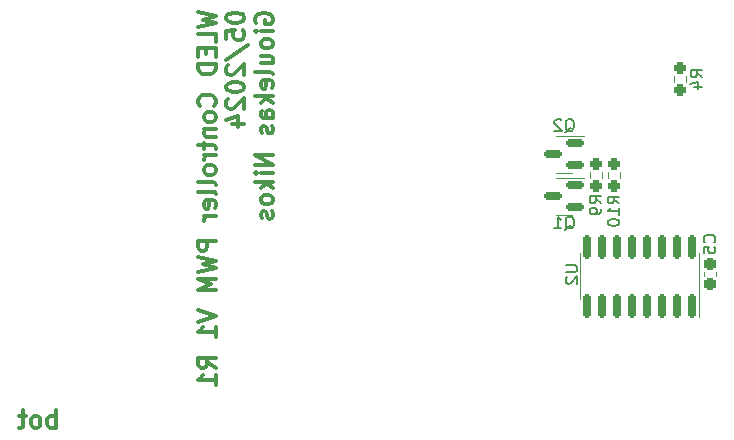
<source format=gbo>
G04 #@! TF.GenerationSoftware,KiCad,Pcbnew,8.0.2*
G04 #@! TF.CreationDate,2024-05-04T07:14:25+02:00*
G04 #@! TF.ProjectId,WLED_Controller_PWM,574c4544-5f43-46f6-9e74-726f6c6c6572,rev?*
G04 #@! TF.SameCoordinates,Original*
G04 #@! TF.FileFunction,Legend,Bot*
G04 #@! TF.FilePolarity,Positive*
%FSLAX46Y46*%
G04 Gerber Fmt 4.6, Leading zero omitted, Abs format (unit mm)*
G04 Created by KiCad (PCBNEW 8.0.2) date 2024-05-04 07:14:25*
%MOMM*%
%LPD*%
G01*
G04 APERTURE LIST*
G04 Aperture macros list*
%AMRoundRect*
0 Rectangle with rounded corners*
0 $1 Rounding radius*
0 $2 $3 $4 $5 $6 $7 $8 $9 X,Y pos of 4 corners*
0 Add a 4 corners polygon primitive as box body*
4,1,4,$2,$3,$4,$5,$6,$7,$8,$9,$2,$3,0*
0 Add four circle primitives for the rounded corners*
1,1,$1+$1,$2,$3*
1,1,$1+$1,$4,$5*
1,1,$1+$1,$6,$7*
1,1,$1+$1,$8,$9*
0 Add four rect primitives between the rounded corners*
20,1,$1+$1,$2,$3,$4,$5,0*
20,1,$1+$1,$4,$5,$6,$7,0*
20,1,$1+$1,$6,$7,$8,$9,0*
20,1,$1+$1,$8,$9,$2,$3,0*%
G04 Aperture macros list end*
%ADD10C,0.300000*%
%ADD11C,0.150000*%
%ADD12C,0.120000*%
%ADD13C,2.000000*%
%ADD14R,1.100000X1.800000*%
%ADD15RoundRect,0.275000X0.275000X0.625000X-0.275000X0.625000X-0.275000X-0.625000X0.275000X-0.625000X0*%
%ADD16C,0.650000*%
%ADD17O,1.000000X2.100000*%
%ADD18O,1.000000X1.800000*%
%ADD19C,1.524000*%
%ADD20RoundRect,0.237500X-0.237500X0.250000X-0.237500X-0.250000X0.237500X-0.250000X0.237500X0.250000X0*%
%ADD21RoundRect,0.150000X0.150000X-0.825000X0.150000X0.825000X-0.150000X0.825000X-0.150000X-0.825000X0*%
%ADD22RoundRect,0.150000X0.587500X0.150000X-0.587500X0.150000X-0.587500X-0.150000X0.587500X-0.150000X0*%
%ADD23RoundRect,0.237500X0.237500X-0.250000X0.237500X0.250000X-0.237500X0.250000X-0.237500X-0.250000X0*%
%ADD24RoundRect,0.237500X-0.237500X0.300000X-0.237500X-0.300000X0.237500X-0.300000X0.237500X0.300000X0*%
G04 APERTURE END LIST*
D10*
X18362996Y36672346D02*
X19862996Y36315203D01*
X19862996Y36315203D02*
X18791568Y36029489D01*
X18791568Y36029489D02*
X19862996Y35743774D01*
X19862996Y35743774D02*
X18362996Y35386632D01*
X19862996Y34100917D02*
X19862996Y34815203D01*
X19862996Y34815203D02*
X18362996Y34815203D01*
X19077282Y33600917D02*
X19077282Y33100917D01*
X19862996Y32886631D02*
X19862996Y33600917D01*
X19862996Y33600917D02*
X18362996Y33600917D01*
X18362996Y33600917D02*
X18362996Y32886631D01*
X19862996Y32243774D02*
X18362996Y32243774D01*
X18362996Y32243774D02*
X18362996Y31886631D01*
X18362996Y31886631D02*
X18434425Y31672345D01*
X18434425Y31672345D02*
X18577282Y31529488D01*
X18577282Y31529488D02*
X18720139Y31458059D01*
X18720139Y31458059D02*
X19005853Y31386631D01*
X19005853Y31386631D02*
X19220139Y31386631D01*
X19220139Y31386631D02*
X19505853Y31458059D01*
X19505853Y31458059D02*
X19648710Y31529488D01*
X19648710Y31529488D02*
X19791568Y31672345D01*
X19791568Y31672345D02*
X19862996Y31886631D01*
X19862996Y31886631D02*
X19862996Y32243774D01*
X19720139Y28743774D02*
X19791568Y28815202D01*
X19791568Y28815202D02*
X19862996Y29029488D01*
X19862996Y29029488D02*
X19862996Y29172345D01*
X19862996Y29172345D02*
X19791568Y29386631D01*
X19791568Y29386631D02*
X19648710Y29529488D01*
X19648710Y29529488D02*
X19505853Y29600917D01*
X19505853Y29600917D02*
X19220139Y29672345D01*
X19220139Y29672345D02*
X19005853Y29672345D01*
X19005853Y29672345D02*
X18720139Y29600917D01*
X18720139Y29600917D02*
X18577282Y29529488D01*
X18577282Y29529488D02*
X18434425Y29386631D01*
X18434425Y29386631D02*
X18362996Y29172345D01*
X18362996Y29172345D02*
X18362996Y29029488D01*
X18362996Y29029488D02*
X18434425Y28815202D01*
X18434425Y28815202D02*
X18505853Y28743774D01*
X19862996Y27886631D02*
X19791568Y28029488D01*
X19791568Y28029488D02*
X19720139Y28100917D01*
X19720139Y28100917D02*
X19577282Y28172345D01*
X19577282Y28172345D02*
X19148710Y28172345D01*
X19148710Y28172345D02*
X19005853Y28100917D01*
X19005853Y28100917D02*
X18934425Y28029488D01*
X18934425Y28029488D02*
X18862996Y27886631D01*
X18862996Y27886631D02*
X18862996Y27672345D01*
X18862996Y27672345D02*
X18934425Y27529488D01*
X18934425Y27529488D02*
X19005853Y27458060D01*
X19005853Y27458060D02*
X19148710Y27386631D01*
X19148710Y27386631D02*
X19577282Y27386631D01*
X19577282Y27386631D02*
X19720139Y27458060D01*
X19720139Y27458060D02*
X19791568Y27529488D01*
X19791568Y27529488D02*
X19862996Y27672345D01*
X19862996Y27672345D02*
X19862996Y27886631D01*
X18862996Y26743774D02*
X19862996Y26743774D01*
X19005853Y26743774D02*
X18934425Y26672345D01*
X18934425Y26672345D02*
X18862996Y26529488D01*
X18862996Y26529488D02*
X18862996Y26315202D01*
X18862996Y26315202D02*
X18934425Y26172345D01*
X18934425Y26172345D02*
X19077282Y26100917D01*
X19077282Y26100917D02*
X19862996Y26100917D01*
X18862996Y25600916D02*
X18862996Y25029488D01*
X18362996Y25386631D02*
X19648710Y25386631D01*
X19648710Y25386631D02*
X19791568Y25315202D01*
X19791568Y25315202D02*
X19862996Y25172345D01*
X19862996Y25172345D02*
X19862996Y25029488D01*
X19862996Y24529488D02*
X18862996Y24529488D01*
X19148710Y24529488D02*
X19005853Y24458059D01*
X19005853Y24458059D02*
X18934425Y24386631D01*
X18934425Y24386631D02*
X18862996Y24243773D01*
X18862996Y24243773D02*
X18862996Y24100916D01*
X19862996Y23386631D02*
X19791568Y23529488D01*
X19791568Y23529488D02*
X19720139Y23600917D01*
X19720139Y23600917D02*
X19577282Y23672345D01*
X19577282Y23672345D02*
X19148710Y23672345D01*
X19148710Y23672345D02*
X19005853Y23600917D01*
X19005853Y23600917D02*
X18934425Y23529488D01*
X18934425Y23529488D02*
X18862996Y23386631D01*
X18862996Y23386631D02*
X18862996Y23172345D01*
X18862996Y23172345D02*
X18934425Y23029488D01*
X18934425Y23029488D02*
X19005853Y22958060D01*
X19005853Y22958060D02*
X19148710Y22886631D01*
X19148710Y22886631D02*
X19577282Y22886631D01*
X19577282Y22886631D02*
X19720139Y22958060D01*
X19720139Y22958060D02*
X19791568Y23029488D01*
X19791568Y23029488D02*
X19862996Y23172345D01*
X19862996Y23172345D02*
X19862996Y23386631D01*
X19862996Y22029488D02*
X19791568Y22172345D01*
X19791568Y22172345D02*
X19648710Y22243774D01*
X19648710Y22243774D02*
X18362996Y22243774D01*
X19862996Y21243774D02*
X19791568Y21386631D01*
X19791568Y21386631D02*
X19648710Y21458060D01*
X19648710Y21458060D02*
X18362996Y21458060D01*
X19791568Y20100917D02*
X19862996Y20243774D01*
X19862996Y20243774D02*
X19862996Y20529489D01*
X19862996Y20529489D02*
X19791568Y20672346D01*
X19791568Y20672346D02*
X19648710Y20743774D01*
X19648710Y20743774D02*
X19077282Y20743774D01*
X19077282Y20743774D02*
X18934425Y20672346D01*
X18934425Y20672346D02*
X18862996Y20529489D01*
X18862996Y20529489D02*
X18862996Y20243774D01*
X18862996Y20243774D02*
X18934425Y20100917D01*
X18934425Y20100917D02*
X19077282Y20029489D01*
X19077282Y20029489D02*
X19220139Y20029489D01*
X19220139Y20029489D02*
X19362996Y20743774D01*
X19862996Y19386632D02*
X18862996Y19386632D01*
X19148710Y19386632D02*
X19005853Y19315203D01*
X19005853Y19315203D02*
X18934425Y19243775D01*
X18934425Y19243775D02*
X18862996Y19100917D01*
X18862996Y19100917D02*
X18862996Y18958060D01*
X19862996Y17315204D02*
X18362996Y17315204D01*
X18362996Y17315204D02*
X18362996Y16743775D01*
X18362996Y16743775D02*
X18434425Y16600918D01*
X18434425Y16600918D02*
X18505853Y16529489D01*
X18505853Y16529489D02*
X18648710Y16458061D01*
X18648710Y16458061D02*
X18862996Y16458061D01*
X18862996Y16458061D02*
X19005853Y16529489D01*
X19005853Y16529489D02*
X19077282Y16600918D01*
X19077282Y16600918D02*
X19148710Y16743775D01*
X19148710Y16743775D02*
X19148710Y17315204D01*
X18362996Y15958061D02*
X19862996Y15600918D01*
X19862996Y15600918D02*
X18791568Y15315204D01*
X18791568Y15315204D02*
X19862996Y15029489D01*
X19862996Y15029489D02*
X18362996Y14672347D01*
X19862996Y14100918D02*
X18362996Y14100918D01*
X18362996Y14100918D02*
X19434425Y13600918D01*
X19434425Y13600918D02*
X18362996Y13100918D01*
X18362996Y13100918D02*
X19862996Y13100918D01*
X18362996Y11458060D02*
X19862996Y10958060D01*
X19862996Y10958060D02*
X18362996Y10458060D01*
X19862996Y9172346D02*
X19862996Y10029489D01*
X19862996Y9600918D02*
X18362996Y9600918D01*
X18362996Y9600918D02*
X18577282Y9743775D01*
X18577282Y9743775D02*
X18720139Y9886632D01*
X18720139Y9886632D02*
X18791568Y10029489D01*
X19862996Y6529490D02*
X19148710Y7029490D01*
X19862996Y7386633D02*
X18362996Y7386633D01*
X18362996Y7386633D02*
X18362996Y6815204D01*
X18362996Y6815204D02*
X18434425Y6672347D01*
X18434425Y6672347D02*
X18505853Y6600918D01*
X18505853Y6600918D02*
X18648710Y6529490D01*
X18648710Y6529490D02*
X18862996Y6529490D01*
X18862996Y6529490D02*
X19005853Y6600918D01*
X19005853Y6600918D02*
X19077282Y6672347D01*
X19077282Y6672347D02*
X19148710Y6815204D01*
X19148710Y6815204D02*
X19148710Y7386633D01*
X19862996Y5100918D02*
X19862996Y5958061D01*
X19862996Y5529490D02*
X18362996Y5529490D01*
X18362996Y5529490D02*
X18577282Y5672347D01*
X18577282Y5672347D02*
X18720139Y5815204D01*
X18720139Y5815204D02*
X18791568Y5958061D01*
X20777912Y36243774D02*
X20777912Y36100917D01*
X20777912Y36100917D02*
X20849341Y35958060D01*
X20849341Y35958060D02*
X20920769Y35886632D01*
X20920769Y35886632D02*
X21063626Y35815203D01*
X21063626Y35815203D02*
X21349341Y35743774D01*
X21349341Y35743774D02*
X21706484Y35743774D01*
X21706484Y35743774D02*
X21992198Y35815203D01*
X21992198Y35815203D02*
X22135055Y35886632D01*
X22135055Y35886632D02*
X22206484Y35958060D01*
X22206484Y35958060D02*
X22277912Y36100917D01*
X22277912Y36100917D02*
X22277912Y36243774D01*
X22277912Y36243774D02*
X22206484Y36386632D01*
X22206484Y36386632D02*
X22135055Y36458060D01*
X22135055Y36458060D02*
X21992198Y36529489D01*
X21992198Y36529489D02*
X21706484Y36600917D01*
X21706484Y36600917D02*
X21349341Y36600917D01*
X21349341Y36600917D02*
X21063626Y36529489D01*
X21063626Y36529489D02*
X20920769Y36458060D01*
X20920769Y36458060D02*
X20849341Y36386632D01*
X20849341Y36386632D02*
X20777912Y36243774D01*
X20777912Y34386632D02*
X20777912Y35100918D01*
X20777912Y35100918D02*
X21492198Y35172346D01*
X21492198Y35172346D02*
X21420769Y35100918D01*
X21420769Y35100918D02*
X21349341Y34958061D01*
X21349341Y34958061D02*
X21349341Y34600918D01*
X21349341Y34600918D02*
X21420769Y34458061D01*
X21420769Y34458061D02*
X21492198Y34386632D01*
X21492198Y34386632D02*
X21635055Y34315203D01*
X21635055Y34315203D02*
X21992198Y34315203D01*
X21992198Y34315203D02*
X22135055Y34386632D01*
X22135055Y34386632D02*
X22206484Y34458061D01*
X22206484Y34458061D02*
X22277912Y34600918D01*
X22277912Y34600918D02*
X22277912Y34958061D01*
X22277912Y34958061D02*
X22206484Y35100918D01*
X22206484Y35100918D02*
X22135055Y35172346D01*
X20706484Y32600918D02*
X22635055Y33886632D01*
X20920769Y32172346D02*
X20849341Y32100918D01*
X20849341Y32100918D02*
X20777912Y31958061D01*
X20777912Y31958061D02*
X20777912Y31600918D01*
X20777912Y31600918D02*
X20849341Y31458061D01*
X20849341Y31458061D02*
X20920769Y31386632D01*
X20920769Y31386632D02*
X21063626Y31315203D01*
X21063626Y31315203D02*
X21206484Y31315203D01*
X21206484Y31315203D02*
X21420769Y31386632D01*
X21420769Y31386632D02*
X22277912Y32243775D01*
X22277912Y32243775D02*
X22277912Y31315203D01*
X20777912Y30386632D02*
X20777912Y30243775D01*
X20777912Y30243775D02*
X20849341Y30100918D01*
X20849341Y30100918D02*
X20920769Y30029490D01*
X20920769Y30029490D02*
X21063626Y29958061D01*
X21063626Y29958061D02*
X21349341Y29886632D01*
X21349341Y29886632D02*
X21706484Y29886632D01*
X21706484Y29886632D02*
X21992198Y29958061D01*
X21992198Y29958061D02*
X22135055Y30029490D01*
X22135055Y30029490D02*
X22206484Y30100918D01*
X22206484Y30100918D02*
X22277912Y30243775D01*
X22277912Y30243775D02*
X22277912Y30386632D01*
X22277912Y30386632D02*
X22206484Y30529490D01*
X22206484Y30529490D02*
X22135055Y30600918D01*
X22135055Y30600918D02*
X21992198Y30672347D01*
X21992198Y30672347D02*
X21706484Y30743775D01*
X21706484Y30743775D02*
X21349341Y30743775D01*
X21349341Y30743775D02*
X21063626Y30672347D01*
X21063626Y30672347D02*
X20920769Y30600918D01*
X20920769Y30600918D02*
X20849341Y30529490D01*
X20849341Y30529490D02*
X20777912Y30386632D01*
X20920769Y29315204D02*
X20849341Y29243776D01*
X20849341Y29243776D02*
X20777912Y29100919D01*
X20777912Y29100919D02*
X20777912Y28743776D01*
X20777912Y28743776D02*
X20849341Y28600919D01*
X20849341Y28600919D02*
X20920769Y28529490D01*
X20920769Y28529490D02*
X21063626Y28458061D01*
X21063626Y28458061D02*
X21206484Y28458061D01*
X21206484Y28458061D02*
X21420769Y28529490D01*
X21420769Y28529490D02*
X22277912Y29386633D01*
X22277912Y29386633D02*
X22277912Y28458061D01*
X21277912Y27172348D02*
X22277912Y27172348D01*
X20706484Y27529490D02*
X21777912Y27886633D01*
X21777912Y27886633D02*
X21777912Y26958062D01*
X23264257Y35743774D02*
X23192828Y35886632D01*
X23192828Y35886632D02*
X23192828Y36100917D01*
X23192828Y36100917D02*
X23264257Y36315203D01*
X23264257Y36315203D02*
X23407114Y36458060D01*
X23407114Y36458060D02*
X23549971Y36529489D01*
X23549971Y36529489D02*
X23835685Y36600917D01*
X23835685Y36600917D02*
X24049971Y36600917D01*
X24049971Y36600917D02*
X24335685Y36529489D01*
X24335685Y36529489D02*
X24478542Y36458060D01*
X24478542Y36458060D02*
X24621400Y36315203D01*
X24621400Y36315203D02*
X24692828Y36100917D01*
X24692828Y36100917D02*
X24692828Y35958060D01*
X24692828Y35958060D02*
X24621400Y35743774D01*
X24621400Y35743774D02*
X24549971Y35672346D01*
X24549971Y35672346D02*
X24049971Y35672346D01*
X24049971Y35672346D02*
X24049971Y35958060D01*
X24692828Y35029489D02*
X23692828Y35029489D01*
X23192828Y35029489D02*
X23264257Y35100917D01*
X23264257Y35100917D02*
X23335685Y35029489D01*
X23335685Y35029489D02*
X23264257Y34958060D01*
X23264257Y34958060D02*
X23192828Y35029489D01*
X23192828Y35029489D02*
X23335685Y35029489D01*
X24692828Y34100917D02*
X24621400Y34243774D01*
X24621400Y34243774D02*
X24549971Y34315203D01*
X24549971Y34315203D02*
X24407114Y34386631D01*
X24407114Y34386631D02*
X23978542Y34386631D01*
X23978542Y34386631D02*
X23835685Y34315203D01*
X23835685Y34315203D02*
X23764257Y34243774D01*
X23764257Y34243774D02*
X23692828Y34100917D01*
X23692828Y34100917D02*
X23692828Y33886631D01*
X23692828Y33886631D02*
X23764257Y33743774D01*
X23764257Y33743774D02*
X23835685Y33672346D01*
X23835685Y33672346D02*
X23978542Y33600917D01*
X23978542Y33600917D02*
X24407114Y33600917D01*
X24407114Y33600917D02*
X24549971Y33672346D01*
X24549971Y33672346D02*
X24621400Y33743774D01*
X24621400Y33743774D02*
X24692828Y33886631D01*
X24692828Y33886631D02*
X24692828Y34100917D01*
X23692828Y32315203D02*
X24692828Y32315203D01*
X23692828Y32958060D02*
X24478542Y32958060D01*
X24478542Y32958060D02*
X24621400Y32886631D01*
X24621400Y32886631D02*
X24692828Y32743774D01*
X24692828Y32743774D02*
X24692828Y32529488D01*
X24692828Y32529488D02*
X24621400Y32386631D01*
X24621400Y32386631D02*
X24549971Y32315203D01*
X24692828Y31386631D02*
X24621400Y31529488D01*
X24621400Y31529488D02*
X24478542Y31600917D01*
X24478542Y31600917D02*
X23192828Y31600917D01*
X24621400Y30243774D02*
X24692828Y30386631D01*
X24692828Y30386631D02*
X24692828Y30672346D01*
X24692828Y30672346D02*
X24621400Y30815203D01*
X24621400Y30815203D02*
X24478542Y30886631D01*
X24478542Y30886631D02*
X23907114Y30886631D01*
X23907114Y30886631D02*
X23764257Y30815203D01*
X23764257Y30815203D02*
X23692828Y30672346D01*
X23692828Y30672346D02*
X23692828Y30386631D01*
X23692828Y30386631D02*
X23764257Y30243774D01*
X23764257Y30243774D02*
X23907114Y30172346D01*
X23907114Y30172346D02*
X24049971Y30172346D01*
X24049971Y30172346D02*
X24192828Y30886631D01*
X24692828Y29529489D02*
X23192828Y29529489D01*
X24121400Y29386632D02*
X24692828Y28958060D01*
X23692828Y28958060D02*
X24264257Y29529489D01*
X24692828Y27672346D02*
X23907114Y27672346D01*
X23907114Y27672346D02*
X23764257Y27743774D01*
X23764257Y27743774D02*
X23692828Y27886631D01*
X23692828Y27886631D02*
X23692828Y28172346D01*
X23692828Y28172346D02*
X23764257Y28315203D01*
X24621400Y27672346D02*
X24692828Y27815203D01*
X24692828Y27815203D02*
X24692828Y28172346D01*
X24692828Y28172346D02*
X24621400Y28315203D01*
X24621400Y28315203D02*
X24478542Y28386631D01*
X24478542Y28386631D02*
X24335685Y28386631D01*
X24335685Y28386631D02*
X24192828Y28315203D01*
X24192828Y28315203D02*
X24121400Y28172346D01*
X24121400Y28172346D02*
X24121400Y27815203D01*
X24121400Y27815203D02*
X24049971Y27672346D01*
X24621400Y27029488D02*
X24692828Y26886631D01*
X24692828Y26886631D02*
X24692828Y26600917D01*
X24692828Y26600917D02*
X24621400Y26458060D01*
X24621400Y26458060D02*
X24478542Y26386631D01*
X24478542Y26386631D02*
X24407114Y26386631D01*
X24407114Y26386631D02*
X24264257Y26458060D01*
X24264257Y26458060D02*
X24192828Y26600917D01*
X24192828Y26600917D02*
X24192828Y26815203D01*
X24192828Y26815203D02*
X24121400Y26958060D01*
X24121400Y26958060D02*
X23978542Y27029488D01*
X23978542Y27029488D02*
X23907114Y27029488D01*
X23907114Y27029488D02*
X23764257Y26958060D01*
X23764257Y26958060D02*
X23692828Y26815203D01*
X23692828Y26815203D02*
X23692828Y26600917D01*
X23692828Y26600917D02*
X23764257Y26458060D01*
X24692828Y24600917D02*
X23192828Y24600917D01*
X23192828Y24600917D02*
X24692828Y23743774D01*
X24692828Y23743774D02*
X23192828Y23743774D01*
X24692828Y23029488D02*
X23692828Y23029488D01*
X23192828Y23029488D02*
X23264257Y23100916D01*
X23264257Y23100916D02*
X23335685Y23029488D01*
X23335685Y23029488D02*
X23264257Y22958059D01*
X23264257Y22958059D02*
X23192828Y23029488D01*
X23192828Y23029488D02*
X23335685Y23029488D01*
X24692828Y22315202D02*
X23192828Y22315202D01*
X24121400Y22172345D02*
X24692828Y21743773D01*
X23692828Y21743773D02*
X24264257Y22315202D01*
X24692828Y20886630D02*
X24621400Y21029487D01*
X24621400Y21029487D02*
X24549971Y21100916D01*
X24549971Y21100916D02*
X24407114Y21172344D01*
X24407114Y21172344D02*
X23978542Y21172344D01*
X23978542Y21172344D02*
X23835685Y21100916D01*
X23835685Y21100916D02*
X23764257Y21029487D01*
X23764257Y21029487D02*
X23692828Y20886630D01*
X23692828Y20886630D02*
X23692828Y20672344D01*
X23692828Y20672344D02*
X23764257Y20529487D01*
X23764257Y20529487D02*
X23835685Y20458059D01*
X23835685Y20458059D02*
X23978542Y20386630D01*
X23978542Y20386630D02*
X24407114Y20386630D01*
X24407114Y20386630D02*
X24549971Y20458059D01*
X24549971Y20458059D02*
X24621400Y20529487D01*
X24621400Y20529487D02*
X24692828Y20672344D01*
X24692828Y20672344D02*
X24692828Y20886630D01*
X24621400Y19815201D02*
X24692828Y19672344D01*
X24692828Y19672344D02*
X24692828Y19386630D01*
X24692828Y19386630D02*
X24621400Y19243773D01*
X24621400Y19243773D02*
X24478542Y19172344D01*
X24478542Y19172344D02*
X24407114Y19172344D01*
X24407114Y19172344D02*
X24264257Y19243773D01*
X24264257Y19243773D02*
X24192828Y19386630D01*
X24192828Y19386630D02*
X24192828Y19600916D01*
X24192828Y19600916D02*
X24121400Y19743773D01*
X24121400Y19743773D02*
X23978542Y19815201D01*
X23978542Y19815201D02*
X23907114Y19815201D01*
X23907114Y19815201D02*
X23764257Y19743773D01*
X23764257Y19743773D02*
X23692828Y19600916D01*
X23692828Y19600916D02*
X23692828Y19386630D01*
X23692828Y19386630D02*
X23764257Y19243773D01*
X6303489Y1469171D02*
X6303489Y2969171D01*
X6303489Y2397742D02*
X6160632Y2469171D01*
X6160632Y2469171D02*
X5874917Y2469171D01*
X5874917Y2469171D02*
X5732060Y2397742D01*
X5732060Y2397742D02*
X5660632Y2326314D01*
X5660632Y2326314D02*
X5589203Y2183457D01*
X5589203Y2183457D02*
X5589203Y1754885D01*
X5589203Y1754885D02*
X5660632Y1612028D01*
X5660632Y1612028D02*
X5732060Y1540600D01*
X5732060Y1540600D02*
X5874917Y1469171D01*
X5874917Y1469171D02*
X6160632Y1469171D01*
X6160632Y1469171D02*
X6303489Y1540600D01*
X4732060Y1469171D02*
X4874917Y1540600D01*
X4874917Y1540600D02*
X4946346Y1612028D01*
X4946346Y1612028D02*
X5017774Y1754885D01*
X5017774Y1754885D02*
X5017774Y2183457D01*
X5017774Y2183457D02*
X4946346Y2326314D01*
X4946346Y2326314D02*
X4874917Y2397742D01*
X4874917Y2397742D02*
X4732060Y2469171D01*
X4732060Y2469171D02*
X4517774Y2469171D01*
X4517774Y2469171D02*
X4374917Y2397742D01*
X4374917Y2397742D02*
X4303489Y2326314D01*
X4303489Y2326314D02*
X4232060Y2183457D01*
X4232060Y2183457D02*
X4232060Y1754885D01*
X4232060Y1754885D02*
X4303489Y1612028D01*
X4303489Y1612028D02*
X4374917Y1540600D01*
X4374917Y1540600D02*
X4517774Y1469171D01*
X4517774Y1469171D02*
X4732060Y1469171D01*
X3803488Y2469171D02*
X3232060Y2469171D01*
X3589203Y2969171D02*
X3589203Y1683457D01*
X3589203Y1683457D02*
X3517774Y1540600D01*
X3517774Y1540600D02*
X3374917Y1469171D01*
X3374917Y1469171D02*
X3232060Y1469171D01*
D11*
X52524819Y20486666D02*
X52048628Y20819999D01*
X52524819Y21058094D02*
X51524819Y21058094D01*
X51524819Y21058094D02*
X51524819Y20677142D01*
X51524819Y20677142D02*
X51572438Y20581904D01*
X51572438Y20581904D02*
X51620057Y20534285D01*
X51620057Y20534285D02*
X51715295Y20486666D01*
X51715295Y20486666D02*
X51858152Y20486666D01*
X51858152Y20486666D02*
X51953390Y20534285D01*
X51953390Y20534285D02*
X52001009Y20581904D01*
X52001009Y20581904D02*
X52048628Y20677142D01*
X52048628Y20677142D02*
X52048628Y21058094D01*
X52524819Y20010475D02*
X52524819Y19819999D01*
X52524819Y19819999D02*
X52477200Y19724761D01*
X52477200Y19724761D02*
X52429580Y19677142D01*
X52429580Y19677142D02*
X52286723Y19581904D01*
X52286723Y19581904D02*
X52096247Y19534285D01*
X52096247Y19534285D02*
X51715295Y19534285D01*
X51715295Y19534285D02*
X51620057Y19581904D01*
X51620057Y19581904D02*
X51572438Y19629523D01*
X51572438Y19629523D02*
X51524819Y19724761D01*
X51524819Y19724761D02*
X51524819Y19915237D01*
X51524819Y19915237D02*
X51572438Y20010475D01*
X51572438Y20010475D02*
X51620057Y20058094D01*
X51620057Y20058094D02*
X51715295Y20105713D01*
X51715295Y20105713D02*
X51953390Y20105713D01*
X51953390Y20105713D02*
X52048628Y20058094D01*
X52048628Y20058094D02*
X52096247Y20010475D01*
X52096247Y20010475D02*
X52143866Y19915237D01*
X52143866Y19915237D02*
X52143866Y19724761D01*
X52143866Y19724761D02*
X52096247Y19629523D01*
X52096247Y19629523D02*
X52048628Y19581904D01*
X52048628Y19581904D02*
X51953390Y19534285D01*
X49492819Y15239904D02*
X50302342Y15239904D01*
X50302342Y15239904D02*
X50397580Y15192285D01*
X50397580Y15192285D02*
X50445200Y15144666D01*
X50445200Y15144666D02*
X50492819Y15049428D01*
X50492819Y15049428D02*
X50492819Y14858952D01*
X50492819Y14858952D02*
X50445200Y14763714D01*
X50445200Y14763714D02*
X50397580Y14716095D01*
X50397580Y14716095D02*
X50302342Y14668476D01*
X50302342Y14668476D02*
X49492819Y14668476D01*
X49588057Y14239904D02*
X49540438Y14192285D01*
X49540438Y14192285D02*
X49492819Y14097047D01*
X49492819Y14097047D02*
X49492819Y13858952D01*
X49492819Y13858952D02*
X49540438Y13763714D01*
X49540438Y13763714D02*
X49588057Y13716095D01*
X49588057Y13716095D02*
X49683295Y13668476D01*
X49683295Y13668476D02*
X49778533Y13668476D01*
X49778533Y13668476D02*
X49921390Y13716095D01*
X49921390Y13716095D02*
X50492819Y14287523D01*
X50492819Y14287523D02*
X50492819Y13668476D01*
X49449738Y18245942D02*
X49544976Y18293561D01*
X49544976Y18293561D02*
X49640214Y18388800D01*
X49640214Y18388800D02*
X49783071Y18531657D01*
X49783071Y18531657D02*
X49878309Y18579276D01*
X49878309Y18579276D02*
X49973547Y18579276D01*
X49925928Y18341180D02*
X50021166Y18388800D01*
X50021166Y18388800D02*
X50116404Y18484038D01*
X50116404Y18484038D02*
X50164023Y18674514D01*
X50164023Y18674514D02*
X50164023Y19007847D01*
X50164023Y19007847D02*
X50116404Y19198323D01*
X50116404Y19198323D02*
X50021166Y19293561D01*
X50021166Y19293561D02*
X49925928Y19341180D01*
X49925928Y19341180D02*
X49735452Y19341180D01*
X49735452Y19341180D02*
X49640214Y19293561D01*
X49640214Y19293561D02*
X49544976Y19198323D01*
X49544976Y19198323D02*
X49497357Y19007847D01*
X49497357Y19007847D02*
X49497357Y18674514D01*
X49497357Y18674514D02*
X49544976Y18484038D01*
X49544976Y18484038D02*
X49640214Y18388800D01*
X49640214Y18388800D02*
X49735452Y18341180D01*
X49735452Y18341180D02*
X49925928Y18341180D01*
X48544976Y18341180D02*
X49116404Y18341180D01*
X48830690Y18341180D02*
X48830690Y19341180D01*
X48830690Y19341180D02*
X48925928Y19198323D01*
X48925928Y19198323D02*
X49021166Y19103085D01*
X49021166Y19103085D02*
X49116404Y19055466D01*
X54048819Y20454857D02*
X53572628Y20788190D01*
X54048819Y21026285D02*
X53048819Y21026285D01*
X53048819Y21026285D02*
X53048819Y20645333D01*
X53048819Y20645333D02*
X53096438Y20550095D01*
X53096438Y20550095D02*
X53144057Y20502476D01*
X53144057Y20502476D02*
X53239295Y20454857D01*
X53239295Y20454857D02*
X53382152Y20454857D01*
X53382152Y20454857D02*
X53477390Y20502476D01*
X53477390Y20502476D02*
X53525009Y20550095D01*
X53525009Y20550095D02*
X53572628Y20645333D01*
X53572628Y20645333D02*
X53572628Y21026285D01*
X54048819Y19502476D02*
X54048819Y20073904D01*
X54048819Y19788190D02*
X53048819Y19788190D01*
X53048819Y19788190D02*
X53191676Y19883428D01*
X53191676Y19883428D02*
X53286914Y19978666D01*
X53286914Y19978666D02*
X53334533Y20073904D01*
X53048819Y18883428D02*
X53048819Y18788190D01*
X53048819Y18788190D02*
X53096438Y18692952D01*
X53096438Y18692952D02*
X53144057Y18645333D01*
X53144057Y18645333D02*
X53239295Y18597714D01*
X53239295Y18597714D02*
X53429771Y18550095D01*
X53429771Y18550095D02*
X53667866Y18550095D01*
X53667866Y18550095D02*
X53858342Y18597714D01*
X53858342Y18597714D02*
X53953580Y18645333D01*
X53953580Y18645333D02*
X54001200Y18692952D01*
X54001200Y18692952D02*
X54048819Y18788190D01*
X54048819Y18788190D02*
X54048819Y18883428D01*
X54048819Y18883428D02*
X54001200Y18978666D01*
X54001200Y18978666D02*
X53953580Y19026285D01*
X53953580Y19026285D02*
X53858342Y19073904D01*
X53858342Y19073904D02*
X53667866Y19121523D01*
X53667866Y19121523D02*
X53429771Y19121523D01*
X53429771Y19121523D02*
X53239295Y19073904D01*
X53239295Y19073904D02*
X53144057Y19026285D01*
X53144057Y19026285D02*
X53096438Y18978666D01*
X53096438Y18978666D02*
X53048819Y18883428D01*
X49449738Y26487942D02*
X49544976Y26535561D01*
X49544976Y26535561D02*
X49640214Y26630800D01*
X49640214Y26630800D02*
X49783071Y26773657D01*
X49783071Y26773657D02*
X49878309Y26821276D01*
X49878309Y26821276D02*
X49973547Y26821276D01*
X49925928Y26583180D02*
X50021166Y26630800D01*
X50021166Y26630800D02*
X50116404Y26726038D01*
X50116404Y26726038D02*
X50164023Y26916514D01*
X50164023Y26916514D02*
X50164023Y27249847D01*
X50164023Y27249847D02*
X50116404Y27440323D01*
X50116404Y27440323D02*
X50021166Y27535561D01*
X50021166Y27535561D02*
X49925928Y27583180D01*
X49925928Y27583180D02*
X49735452Y27583180D01*
X49735452Y27583180D02*
X49640214Y27535561D01*
X49640214Y27535561D02*
X49544976Y27440323D01*
X49544976Y27440323D02*
X49497357Y27249847D01*
X49497357Y27249847D02*
X49497357Y26916514D01*
X49497357Y26916514D02*
X49544976Y26726038D01*
X49544976Y26726038D02*
X49640214Y26630800D01*
X49640214Y26630800D02*
X49735452Y26583180D01*
X49735452Y26583180D02*
X49925928Y26583180D01*
X49116404Y27487942D02*
X49068785Y27535561D01*
X49068785Y27535561D02*
X48973547Y27583180D01*
X48973547Y27583180D02*
X48735452Y27583180D01*
X48735452Y27583180D02*
X48640214Y27535561D01*
X48640214Y27535561D02*
X48592595Y27487942D01*
X48592595Y27487942D02*
X48544976Y27392704D01*
X48544976Y27392704D02*
X48544976Y27297466D01*
X48544976Y27297466D02*
X48592595Y27154609D01*
X48592595Y27154609D02*
X49164023Y26583180D01*
X49164023Y26583180D02*
X48544976Y26583180D01*
X62081580Y17184666D02*
X62129200Y17232285D01*
X62129200Y17232285D02*
X62176819Y17375142D01*
X62176819Y17375142D02*
X62176819Y17470380D01*
X62176819Y17470380D02*
X62129200Y17613237D01*
X62129200Y17613237D02*
X62033961Y17708475D01*
X62033961Y17708475D02*
X61938723Y17756094D01*
X61938723Y17756094D02*
X61748247Y17803713D01*
X61748247Y17803713D02*
X61605390Y17803713D01*
X61605390Y17803713D02*
X61414914Y17756094D01*
X61414914Y17756094D02*
X61319676Y17708475D01*
X61319676Y17708475D02*
X61224438Y17613237D01*
X61224438Y17613237D02*
X61176819Y17470380D01*
X61176819Y17470380D02*
X61176819Y17375142D01*
X61176819Y17375142D02*
X61224438Y17232285D01*
X61224438Y17232285D02*
X61272057Y17184666D01*
X61176819Y16279904D02*
X61176819Y16756094D01*
X61176819Y16756094D02*
X61653009Y16803713D01*
X61653009Y16803713D02*
X61605390Y16756094D01*
X61605390Y16756094D02*
X61557771Y16660856D01*
X61557771Y16660856D02*
X61557771Y16422761D01*
X61557771Y16422761D02*
X61605390Y16327523D01*
X61605390Y16327523D02*
X61653009Y16279904D01*
X61653009Y16279904D02*
X61748247Y16232285D01*
X61748247Y16232285D02*
X61986342Y16232285D01*
X61986342Y16232285D02*
X62081580Y16279904D01*
X62081580Y16279904D02*
X62129200Y16327523D01*
X62129200Y16327523D02*
X62176819Y16422761D01*
X62176819Y16422761D02*
X62176819Y16660856D01*
X62176819Y16660856D02*
X62129200Y16756094D01*
X62129200Y16756094D02*
X62081580Y16803713D01*
X61066819Y31154666D02*
X60590628Y31487999D01*
X61066819Y31726094D02*
X60066819Y31726094D01*
X60066819Y31726094D02*
X60066819Y31345142D01*
X60066819Y31345142D02*
X60114438Y31249904D01*
X60114438Y31249904D02*
X60162057Y31202285D01*
X60162057Y31202285D02*
X60257295Y31154666D01*
X60257295Y31154666D02*
X60400152Y31154666D01*
X60400152Y31154666D02*
X60495390Y31202285D01*
X60495390Y31202285D02*
X60543009Y31249904D01*
X60543009Y31249904D02*
X60590628Y31345142D01*
X60590628Y31345142D02*
X60590628Y31726094D01*
X60400152Y30297523D02*
X61066819Y30297523D01*
X60019200Y30535618D02*
X60733485Y30773713D01*
X60733485Y30773713D02*
X60733485Y30154666D01*
D12*
X51547500Y23114724D02*
X51547500Y22605276D01*
X52592500Y23114724D02*
X52592500Y22605276D01*
X50693000Y14289000D02*
X50693000Y16239000D01*
X50693000Y14289000D02*
X50693000Y12339000D01*
X60813000Y14289000D02*
X60813000Y16239000D01*
X60813000Y14289000D02*
X60813000Y10839000D01*
X49354500Y22642000D02*
X48704500Y22642000D01*
X49354500Y22642000D02*
X51029500Y22642000D01*
X49354500Y19522000D02*
X48704500Y19522000D01*
X49354500Y19522000D02*
X50004500Y19522000D01*
X53071500Y22605276D02*
X53071500Y23114724D01*
X54116500Y22605276D02*
X54116500Y23114724D01*
X49354500Y26198000D02*
X48704500Y26198000D01*
X49354500Y26198000D02*
X51029500Y26198000D01*
X49354500Y23078000D02*
X48704500Y23078000D01*
X49354500Y23078000D02*
X50004500Y23078000D01*
X61212000Y14624267D02*
X61212000Y14331733D01*
X62232000Y14624267D02*
X62232000Y14331733D01*
X58659500Y30733276D02*
X58659500Y31242724D01*
X59704500Y30733276D02*
X59704500Y31242724D01*
%LPC*%
D13*
X35504000Y40212000D03*
X35504000Y45212000D03*
X32004000Y40212000D03*
X32004000Y45212000D03*
X9652000Y29352000D03*
X4652000Y29352000D03*
X9652000Y25852000D03*
X4652000Y25852000D03*
X9652000Y22352000D03*
X4652000Y22352000D03*
X9652000Y18852000D03*
X4652000Y18852000D03*
X9652000Y15352000D03*
X4652000Y15352000D03*
X34902000Y28194000D03*
X41402000Y28194000D03*
X34902000Y23694000D03*
X41402000Y23694000D03*
D14*
X49022000Y48152000D03*
D15*
X47752000Y46082000D03*
X46482000Y48152000D03*
D16*
X50450000Y5145000D03*
X56230000Y5145000D03*
D17*
X49020000Y5665000D03*
D18*
X49020000Y1465000D03*
D17*
X57660000Y5665000D03*
D18*
X57660000Y1465000D03*
D19*
X14478000Y44704000D03*
X14478000Y42164000D03*
X14478000Y39624000D03*
X22098000Y39624000D03*
X22098000Y42164000D03*
X22098000Y44704000D03*
D20*
X52070000Y23772500D03*
X52070000Y21947500D03*
D21*
X60198000Y11814000D03*
X58928000Y11814000D03*
X57658000Y11814000D03*
X56388000Y11814000D03*
X55118000Y11814000D03*
X53848000Y11814000D03*
X52578000Y11814000D03*
X51308000Y11814000D03*
X51308000Y16764000D03*
X52578000Y16764000D03*
X53848000Y16764000D03*
X55118000Y16764000D03*
X56388000Y16764000D03*
X57658000Y16764000D03*
X58928000Y16764000D03*
X60198000Y16764000D03*
D22*
X50292000Y22032000D03*
X50292000Y20132000D03*
X48417000Y21082000D03*
D23*
X53594000Y21947500D03*
X53594000Y23772500D03*
D22*
X50292000Y25588000D03*
X50292000Y23688000D03*
X48417000Y24638000D03*
D24*
X61722000Y15340500D03*
X61722000Y13615500D03*
D23*
X59182000Y30075500D03*
X59182000Y31900500D03*
%LPD*%
M02*

</source>
